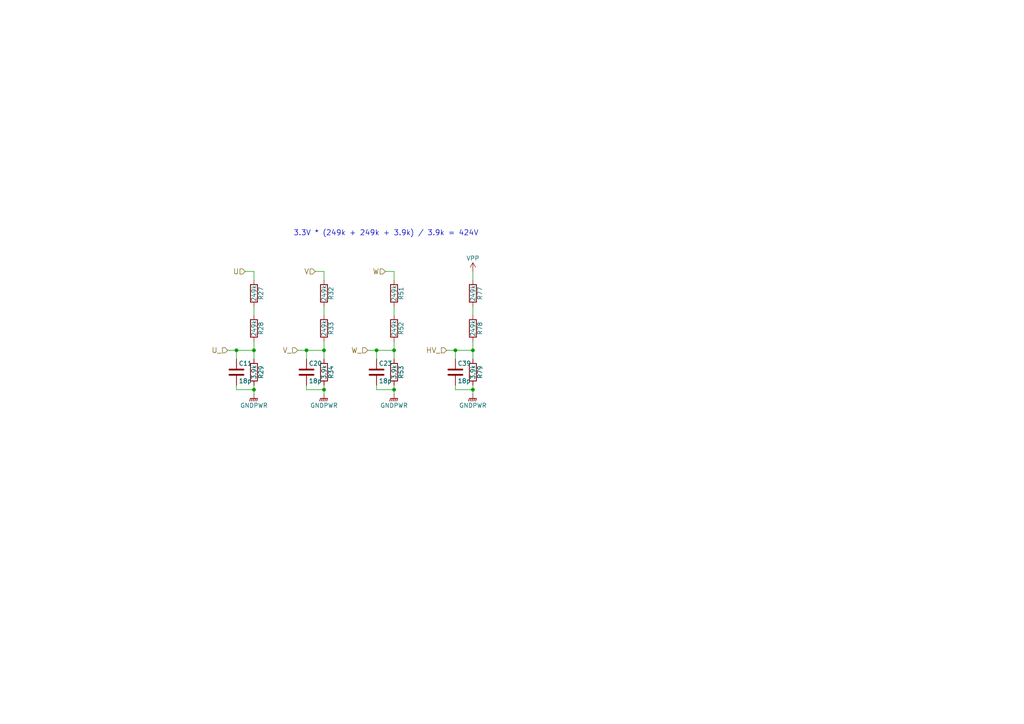
<source format=kicad_sch>
(kicad_sch (version 20211123) (generator eeschema)
  (paper "A4")
  (lib_symbols
    (symbol "stmbl_4.0-rescue:C-stmbl" (pin_numbers hide) (pin_names (offset 0.254))
      (property "Reference" "C" (at 0.635 2.54 0))
      (property "Value" "C-stmbl" (at 0.635 -2.54 0))
      (symbol "C-stmbl_0_1"
        (polyline (pts (xy -2.032 -0.762) (xy 2.032 -0.762)) (stroke (width 0.508)))
        (polyline (pts (xy -2.032 0.762) (xy 2.032 0.762)) (stroke (width 0.508)))
      )
      (symbol "C-stmbl_1_1"
        (pin passive line (at 0 3.81 270) (length 2.794) (name "~") (number "1"))
        (pin passive line (at 0 -3.81 90) (length 2.794) (name "~") (number "2"))
      )
    )
    (symbol "stmbl_4.0-rescue:GNDPWR-stmbl" (power) (pin_names (offset 0))
      (property "Value" "GNDPWR-stmbl" (at 0 -3.302 0))
      (symbol "GNDPWR-stmbl_0_1"
        (polyline (pts (xy 0 -1.27) (xy 0 0)))
        (polyline (pts (xy -1.016 -1.27) (xy -1.27 -2.032) (xy -1.27 -2.032)) (stroke (width 0.2032)))
        (polyline (pts (xy -0.508 -1.27) (xy -0.762 -2.032) (xy -0.762 -2.032)) (stroke (width 0.2032)))
        (polyline (pts (xy 0 -1.27) (xy -0.254 -2.032) (xy -0.254 -2.032)) (stroke (width 0.2032)))
        (polyline (pts (xy 0.508 -1.27) (xy 0.254 -2.032) (xy 0.254 -2.032)) (stroke (width 0.2032)))
        (polyline (pts (xy 1.016 -1.27) (xy -1.016 -1.27) (xy -1.016 -1.27)) (stroke (width 0.2032)))
        (polyline (pts (xy 1.016 -1.27) (xy 0.762 -2.032) (xy 0.762 -2.032) (xy 0.762 -2.032)) (stroke (width 0.2032)))
      )
      (symbol "GNDPWR-stmbl_1_1"
        (pin power_in line (at 0 0 90) (length 0) hide (name "GNDPWR") (number "1"))
      )
    )
    (symbol "stmbl_4.0-rescue:R-stmbl" (pin_numbers hide) (pin_names (offset 0))
      (property "Reference" "R" (at 2.032 0 90))
      (property "Value" "R-stmbl" (at 0 0 90))
      (symbol "R-stmbl_0_1"
        (rectangle (start -1.016 -2.54) (end 1.016 2.54) (stroke (width 0.254)))
      )
      (symbol "R-stmbl_1_1"
        (pin passive line (at 0 3.81 270) (length 1.27) (name "~") (number "1"))
        (pin passive line (at 0 -3.81 90) (length 1.27) (name "~") (number "2"))
      )
    )
    (symbol "stmbl_4.0-rescue:VPP-stmbl" (power) (pin_names (offset 0))
      (property "Value" "VPP-stmbl" (at 0 3.81 0))
      (symbol "VPP-stmbl_0_1"
        (polyline (pts (xy -0.762 1.27) (xy 0 2.54)))
        (polyline (pts (xy 0 0) (xy 0 2.54)))
        (polyline (pts (xy 0 2.54) (xy 0.762 1.27)))
      )
      (symbol "VPP-stmbl_1_1"
        (pin power_in line (at 0 0 90) (length 0) hide (name "VPP") (number "1"))
      )
    )
  )
  (junction (at 137.16 113.03))
  (junction (at 132.08 101.6))
  (junction (at 109.22 101.6))
  (junction (at 114.3 113.03))
  (junction (at 93.98 101.6))
  (junction (at 68.58 101.6))
  (junction (at 93.98 113.03))
  (junction (at 137.16 101.6))
  (junction (at 114.3 101.6))
  (junction (at 73.66 113.03))
  (junction (at 88.9 101.6))
  (junction (at 73.66 101.6))
  (wire (pts (xy 68.58 111.76) (xy 68.58 113.03)))
  (wire (pts (xy 91.44 78.74) (xy 93.98 78.74)))
  (wire (pts (xy 73.66 113.03) (xy 73.66 111.76)))
  (wire (pts (xy 71.12 78.74) (xy 73.66 78.74)))
  (wire (pts (xy 137.16 113.03) (xy 137.16 111.76)))
  (wire (pts (xy 73.66 114.3) (xy 73.66 113.03)))
  (wire (pts (xy 93.98 113.03) (xy 93.98 111.76)))
  (wire (pts (xy 109.22 101.6) (xy 114.3 101.6)))
  (wire (pts (xy 93.98 101.6) (xy 93.98 104.14)))
  (wire (pts (xy 88.9 101.6) (xy 93.98 101.6)))
  (wire (pts (xy 93.98 78.74) (xy 93.98 81.28)))
  (wire (pts (xy 73.66 78.74) (xy 73.66 81.28)))
  (wire (pts (xy 111.76 78.74) (xy 114.3 78.74)))
  (wire (pts (xy 93.98 91.44) (xy 93.98 88.9)))
  (wire (pts (xy 93.98 99.06) (xy 93.98 101.6)))
  (wire (pts (xy 114.3 114.3) (xy 114.3 113.03)))
  (wire (pts (xy 132.08 101.6) (xy 137.16 101.6)))
  (wire (pts (xy 86.36 101.6) (xy 88.9 101.6)))
  (wire (pts (xy 114.3 113.03) (xy 114.3 111.76)))
  (wire (pts (xy 114.3 101.6) (xy 114.3 104.14)))
  (wire (pts (xy 132.08 101.6) (xy 132.08 104.14)))
  (wire (pts (xy 88.9 101.6) (xy 88.9 104.14)))
  (wire (pts (xy 88.9 111.76) (xy 88.9 113.03)))
  (wire (pts (xy 73.66 91.44) (xy 73.66 88.9)))
  (wire (pts (xy 68.58 101.6) (xy 73.66 101.6)))
  (wire (pts (xy 114.3 91.44) (xy 114.3 88.9)))
  (wire (pts (xy 137.16 91.44) (xy 137.16 88.9)))
  (wire (pts (xy 137.16 78.74) (xy 137.16 81.28)))
  (wire (pts (xy 88.9 113.03) (xy 93.98 113.03)))
  (wire (pts (xy 137.16 101.6) (xy 137.16 104.14)))
  (wire (pts (xy 68.58 113.03) (xy 73.66 113.03)))
  (wire (pts (xy 109.22 101.6) (xy 109.22 104.14)))
  (wire (pts (xy 73.66 99.06) (xy 73.66 101.6)))
  (wire (pts (xy 109.22 113.03) (xy 114.3 113.03)))
  (wire (pts (xy 114.3 78.74) (xy 114.3 81.28)))
  (wire (pts (xy 137.16 114.3) (xy 137.16 113.03)))
  (wire (pts (xy 129.54 101.6) (xy 132.08 101.6)))
  (wire (pts (xy 73.66 101.6) (xy 73.66 104.14)))
  (wire (pts (xy 66.04 101.6) (xy 68.58 101.6)))
  (wire (pts (xy 93.98 114.3) (xy 93.98 113.03)))
  (wire (pts (xy 132.08 111.76) (xy 132.08 113.03)))
  (wire (pts (xy 109.22 111.76) (xy 109.22 113.03)))
  (wire (pts (xy 106.68 101.6) (xy 109.22 101.6)))
  (wire (pts (xy 114.3 99.06) (xy 114.3 101.6)))
  (wire (pts (xy 68.58 101.6) (xy 68.58 104.14)))
  (wire (pts (xy 137.16 99.06) (xy 137.16 101.6)))
  (wire (pts (xy 132.08 113.03) (xy 137.16 113.03)))
  (text "3.3V * (249k + 249k + 3.9k) / 3.9k = 424V" (at 85.09 68.58 0) (effects (font (size 1.524 1.524)) (justify left bottom)))
  (hierarchical_label "W" (shape input) (at 111.76 78.74 180) (effects (font (size 1.524 1.524))))
  (hierarchical_label "HV_" (shape input) (at 129.54 101.6 180) (effects (font (size 1.524 1.524))))
  (hierarchical_label "V_" (shape input) (at 86.36 101.6 180) (effects (font (size 1.524 1.524))))
  (hierarchical_label "V" (shape input) (at 91.44 78.74 180) (effects (font (size 1.524 1.524))))
  (hierarchical_label "U" (shape input) (at 71.12 78.74 180) (effects (font (size 1.524 1.524))))
  (hierarchical_label "U_" (shape input) (at 66.04 101.6 180) (effects (font (size 1.524 1.524))))
  (hierarchical_label "W_" (shape input) (at 106.68 101.6 180) (effects (font (size 1.524 1.524))))
  (symbol (lib_id "stmbl_4.0-rescue:R-stmbl") (at 73.66 85.09 0) (unit 1)
    (property "Reference" "R27" (at 75.692 85.09 90))
    (property "Value" "249k" (at 73.66 85.09 90))
    (property "Footprint" "stmbl:R_1206" (effects hide))
    (property "Voltage" "200V" (effects hide))
    (property "Tolerance" "1%" (effects hide))
  )
  (symbol (lib_id "stmbl_4.0-rescue:R-stmbl") (at 73.66 95.25 0) (unit 1)
    (property "Reference" "R28" (at 75.692 95.25 90))
    (property "Value" "249k" (at 73.66 95.25 90))
    (property "Footprint" "stmbl:R_1206" (effects hide))
    (property "Voltage" "200V" (effects hide))
    (property "Tolerance" "1%" (effects hide))
  )
  (symbol (lib_id "stmbl_4.0-rescue:R-stmbl") (at 73.66 107.95 0) (unit 1)
    (property "Reference" "R29" (at 75.692 107.95 90))
    (property "Value" "3.9k" (at 73.66 107.95 90))
    (property "Footprint" "stmbl:R_0603" (effects hide))
    (property "Tolerance" "1%" (effects hide))
  )
  (symbol (lib_id "stmbl_4.0-rescue:GNDPWR-stmbl") (at 73.66 114.3 0) (unit 1)
    (property "Reference" "#PWR051" (effects hide))
    (property "Value" "GNDPWR" (at 73.66 117.602 0))
  )
  (symbol (lib_id "stmbl_4.0-rescue:R-stmbl") (at 93.98 85.09 0) (unit 1)
    (property "Reference" "R32" (at 96.012 85.09 90))
    (property "Value" "249k" (at 93.98 85.09 90))
    (property "Footprint" "stmbl:R_1206" (effects hide))
    (property "Voltage" "200V" (effects hide))
    (property "Tolerance" "1%" (effects hide))
  )
  (symbol (lib_id "stmbl_4.0-rescue:R-stmbl") (at 93.98 95.25 0) (unit 1)
    (property "Reference" "R33" (at 96.012 95.25 90))
    (property "Value" "249k" (at 93.98 95.25 90))
    (property "Footprint" "stmbl:R_1206" (effects hide))
    (property "Voltage" "200V" (effects hide))
    (property "Tolerance" "1%" (effects hide))
  )
  (symbol (lib_id "stmbl_4.0-rescue:R-stmbl") (at 93.98 107.95 0) (unit 1)
    (property "Reference" "R34" (at 96.012 107.95 90))
    (property "Value" "3.9k" (at 93.98 107.95 90))
    (property "Footprint" "stmbl:R_0603" (effects hide))
    (property "Tolerance" "1%" (effects hide))
  )
  (symbol (lib_id "stmbl_4.0-rescue:GNDPWR-stmbl") (at 93.98 114.3 0) (unit 1)
    (property "Reference" "#PWR052" (effects hide))
    (property "Value" "GNDPWR" (at 93.98 117.602 0))
  )
  (symbol (lib_id "stmbl_4.0-rescue:R-stmbl") (at 114.3 85.09 0) (unit 1)
    (property "Reference" "R51" (at 116.332 85.09 90))
    (property "Value" "249k" (at 114.3 85.09 90))
    (property "Footprint" "stmbl:R_1206" (effects hide))
    (property "Voltage" "200V" (effects hide))
    (property "Tolerance" "1%" (effects hide))
  )
  (symbol (lib_id "stmbl_4.0-rescue:R-stmbl") (at 114.3 95.25 0) (unit 1)
    (property "Reference" "R52" (at 116.332 95.25 90))
    (property "Value" "249k" (at 114.3 95.25 90))
    (property "Footprint" "stmbl:R_1206" (effects hide))
    (property "Voltage" "200V" (effects hide))
    (property "Tolerance" "1%" (effects hide))
  )
  (symbol (lib_id "stmbl_4.0-rescue:R-stmbl") (at 114.3 107.95 0) (unit 1)
    (property "Reference" "R53" (at 116.332 107.95 90))
    (property "Value" "3.9k" (at 114.3 107.95 90))
    (property "Footprint" "stmbl:R_0603" (effects hide))
    (property "Tolerance" "1%" (effects hide))
  )
  (symbol (lib_id "stmbl_4.0-rescue:GNDPWR-stmbl") (at 114.3 114.3 0) (unit 1)
    (property "Reference" "#PWR053" (effects hide))
    (property "Value" "GNDPWR" (at 114.3 117.602 0))
  )
  (symbol (lib_id "stmbl_4.0-rescue:R-stmbl") (at 137.16 85.09 0) (unit 1)
    (property "Reference" "R77" (at 139.192 85.09 90))
    (property "Value" "249k" (at 137.16 85.09 90))
    (property "Footprint" "stmbl:R_1206" (effects hide))
    (property "Voltage" "200V" (effects hide))
    (property "Tolerance" "1%" (effects hide))
  )
  (symbol (lib_id "stmbl_4.0-rescue:R-stmbl") (at 137.16 95.25 0) (unit 1)
    (property "Reference" "R78" (at 139.192 95.25 90))
    (property "Value" "249k" (at 137.16 95.25 90))
    (property "Footprint" "stmbl:R_1206" (effects hide))
    (property "Voltage" "200V" (effects hide))
    (property "Tolerance" "1%" (effects hide))
  )
  (symbol (lib_id "stmbl_4.0-rescue:R-stmbl") (at 137.16 107.95 0) (unit 1)
    (property "Reference" "R79" (at 139.192 107.95 90))
    (property "Value" "3.9k" (at 137.16 107.95 90))
    (property "Footprint" "stmbl:R_0603" (effects hide))
    (property "Tolerance" "1%" (effects hide))
  )
  (symbol (lib_id "stmbl_4.0-rescue:GNDPWR-stmbl") (at 137.16 114.3 0) (unit 1)
    (property "Reference" "#PWR054" (effects hide))
    (property "Value" "GNDPWR" (at 137.16 117.602 0))
  )
  (symbol (lib_id "stmbl_4.0-rescue:C-stmbl") (at 68.58 107.95 0) (unit 1)
    (property "Reference" "C11" (at 69.215 105.41 0) (effects (justify left)))
    (property "Value" "18p" (at 69.215 110.49 0) (effects (justify left)))
    (property "Footprint" "stmbl:C_0603" (effects hide))
    (property "Voltage" "50V" (effects hide))
    (property "Tolerance" "X5R" (effects hide))
  )
  (symbol (lib_id "stmbl_4.0-rescue:C-stmbl") (at 88.9 107.95 0) (unit 1)
    (property "Reference" "C20" (at 89.535 105.41 0) (effects (justify left)))
    (property "Value" "18p" (at 89.535 110.49 0) (effects (justify left)))
    (property "Footprint" "stmbl:C_0603" (effects hide))
    (property "Voltage" "50V" (effects hide))
    (property "Tolerance" "X5R" (effects hide))
  )
  (symbol (lib_id "stmbl_4.0-rescue:C-stmbl") (at 109.22 107.95 0) (unit 1)
    (property "Reference" "C23" (at 109.855 105.41 0) (effects (justify left)))
    (property "Value" "18p" (at 109.855 110.49 0) (effects (justify left)))
    (property "Footprint" "stmbl:C_0603" (effects hide))
    (property "Voltage" "50V" (effects hide))
    (property "Tolerance" "X5R" (effects hide))
  )
  (symbol (lib_id "stmbl_4.0-rescue:C-stmbl") (at 132.08 107.95 0) (unit 1)
    (property "Reference" "C39" (at 132.715 105.41 0) (effects (justify left)))
    (property "Value" "18p" (at 132.715 110.49 0) (effects (justify left)))
    (property "Footprint" "stmbl:C_0603" (effects hide))
    (property "Voltage" "50V" (effects hide))
    (property "Tolerance" "X5R" (effects hide))
  )
  (symbol (lib_id "stmbl_4.0-rescue:VPP-stmbl") (at 137.16 78.74 0) (unit 1)
    (property "Reference" "#PWR055" (effects hide))
    (property "Value" "VPP" (at 137.16 74.93 0))
  )
)
</source>
